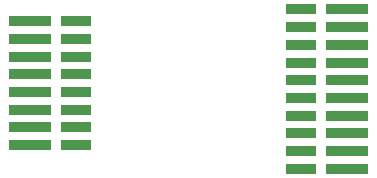
<source format=gbr>
%TF.GenerationSoftware,KiCad,Pcbnew,8.0.8+dfsg-1*%
%TF.CreationDate,2025-08-04T21:21:25+02:00*%
%TF.ProjectId,PicoSpoxAdapter_v2,5069636f-5370-46f7-9841-646170746572,rev?*%
%TF.SameCoordinates,Original*%
%TF.FileFunction,Paste,Top*%
%TF.FilePolarity,Positive*%
%FSLAX46Y46*%
G04 Gerber Fmt 4.6, Leading zero omitted, Abs format (unit mm)*
G04 Created by KiCad (PCBNEW 8.0.8+dfsg-1) date 2025-08-04 21:21:25*
%MOMM*%
%LPD*%
G01*
G04 APERTURE LIST*
%ADD10R,2.641600X0.838200*%
%ADD11R,3.556000X0.838200*%
G04 APERTURE END LIST*
D10*
%TO.C,J2*%
X202454801Y-109499999D03*
D11*
X206354801Y-109499999D03*
D10*
X202454801Y-108000000D03*
D11*
X206354801Y-108000000D03*
D10*
X202454801Y-106500000D03*
D11*
X206354801Y-106500000D03*
D10*
X202454801Y-105000001D03*
D11*
X206354801Y-105000001D03*
D10*
X202454801Y-103500001D03*
D11*
X206354801Y-103500001D03*
D10*
X202454801Y-102000002D03*
D11*
X206354801Y-102000002D03*
D10*
X202454801Y-100499999D03*
D11*
X206354801Y-100499999D03*
D10*
X202454801Y-99000000D03*
D11*
X206354801Y-99000000D03*
D10*
X202454801Y-97500000D03*
D11*
X206354801Y-97500000D03*
D10*
X202454801Y-96000001D03*
D11*
X206354801Y-96000001D03*
%TD*%
D10*
%TO.C,J1*%
X183400000Y-96999999D03*
D11*
X179500000Y-96999999D03*
D10*
X183400000Y-98499999D03*
D11*
X179500000Y-98499999D03*
D10*
X183400000Y-99999998D03*
D11*
X179500000Y-99999998D03*
D10*
X183400000Y-101499998D03*
D11*
X179500000Y-101499998D03*
D10*
X183400000Y-103000000D03*
D11*
X179500000Y-103000000D03*
D10*
X183400000Y-104500000D03*
D11*
X179500000Y-104500000D03*
D10*
X183400000Y-105999999D03*
D11*
X179500000Y-105999999D03*
D10*
X183400000Y-107499999D03*
D11*
X179500000Y-107499999D03*
%TD*%
M02*

</source>
